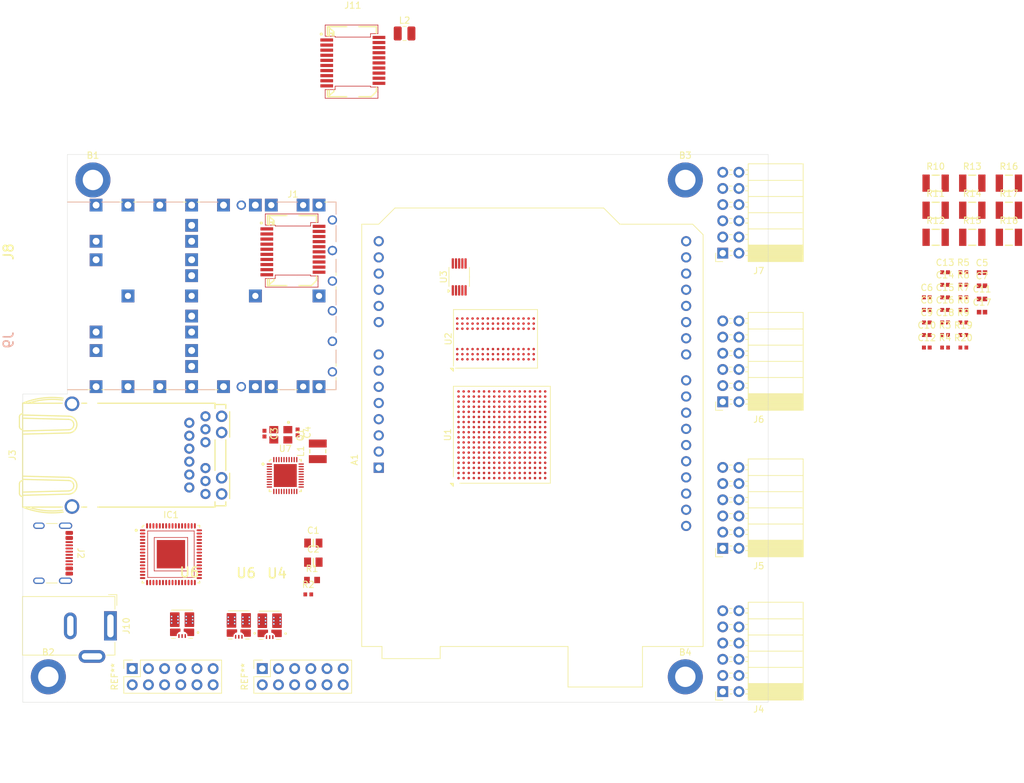
<source format=kicad_pcb>
(kicad_pcb (version 20241129) (generator "pcbnew") (generator_version "8.99")
  (layers (0 "F.Cu" signal) (4 "In1.Cu" signal) (6 "In2.Cu" signal) (8 "In3.Cu" signal) (10 "In4.Cu" signal) (12 "In5.Cu" signal) (14 "In6.Cu" signal) (2 "B.Cu" signal) (13 "F.Paste" user) (15 "B.Paste" user) (5 "F.SilkS" user "F.Silkscreen") (7 "B.SilkS" user "B.Silkscreen") (1 "F.Mask" user) (3 "B.Mask" user) (25 "Edge.Cuts" user))
  (net 0 "")
  (net 326 "Net-(U2-VDD-PadB2)")
  (net 327 "Net-(U2-VDDQ-PadA1)")
  (net 331 "Net-(U2-VSS-PadA9)")
  (net 333 "Net-(U2-VSSQ-PadB1)")
  (net 428 "Net-(U7-XTAL_OUT{slash}EXT_CLK)")
  (net 429 "Net-(U7-XTAL_IN)")
  (net 430 "+3V3")
  (net 431 "REG_1V0")
  (net 432 "Net-(J3-TRCT1)")
  (net 433 "Net-(J3-LED2A)")
  (net 434 "/Ethernet/MDI2_P")
  (net 435 "/Ethernet/MDI1_P")
  (net 436 "/Ethernet/MDI3_P")
  (net 437 "/Ethernet/MDI3_N")
  (net 438 "/Ethernet/MDI1_N")
  (net 439 "/Ethernet/MDI0_P")
  (net 440 "/Ethernet/MDI2_N")
  (net 441 "/Ethernet/MDI0_N")
  (net 442 "Net-(J3-LED1A)")
  (net 491 "+1V0")
  (net 492 "GND")
  (net 493 "+12V")
  (net 563 "Net-(J2-VBUS-PadA4)")
  (net 565 "Net-(J2-GND-PadA1)")
  (net 627 "Net-(U4-FB)")
  (net 634 "Net-(U7-REG_OUT)")
  (net 635 "Net-(U7-RSET)")
  (net 636 "/Ethernet/RX0_T")
  (net 638 "/Ethernet/RX1_T")
  (net 641 "/Ethernet/RX2_T")
  (net 642 "/Ethernet/RX3_T")
  (net 646 "/Ethernet/RXC_T")
  (net 648 "/Ethernet/RXCTL_T")
  (net 649 "/Ethernet/LED0")
  (net 650 "/Ethernet/LED2")
  (net 651 "/Ethernet/LED1")
  (net 662 "/Ethernet/MDC_PHY")
  (net 663 "/Ethernet/RST_PHY")
  (net 664 "/Ethernet/INT_PHY")
  (net 665 "/Ethernet/MDIO_PHY")
  (footprint "Capacitors SMD:CAPC1005X55N" (layer "F.Cu") (at 247.78 72.49)
    (property "Reference" "C13")
    (property "Value" "CC0402_100NF_50V_10%_X7R" (hide yes))
  )
  (footprint "Package_SO:MSOP-10_3x3mm_P0.5mm" (layer "F.Cu") (at 171.5 73.22 90)
    (property "Reference" "U3")
    (property "Value" "Si5351A-B-GT")
  )
  (footprint "Resistors SMD:RESC3225X70N" (layer "F.Cu") (at 257.8 67)
    (property "Reference" "R18")
    (property "Value" "R1210_4K7_1%_0.5W_100PPM" (hide yes))
  )
  (footprint "Resistors SMD:RESC1005X40N" (layer "F.Cu") (at 250.65 82.34)
    (property "Reference" "R19")
    (property "Value" "R0402_330R_1%_0.0625W_100PPM" (hide yes))
  )
  (footprint "Resistors SMD:RESC3225X70N" (layer "F.Cu") (at 246.3 62.75)
    (property "Reference" "R11")
    (property "Value" "R1210_4K7_1%_0.5W_100PPM" (hide yes))
  )
  (footprint "Connector_PinSocket_2.54mm:PinSocket_2x06_P2.54mm_Horizontal" (layer "F.Cu") (at 212.875 92.825 180)
    (property "Reference" "J6")
    (property "Value" "Conn_02x06_Counter_Clockwise")
  )
  (footprint "Resistors SMD:RESC3225X70N" (layer "F.Cu") (at 246.3 58.5)
    (property "Reference" "R10")
    (property "Value" "R1210_4K7_1%_0.5W_100PPM" (hide yes))
  )
  (footprint "Capacitors SMD:CAPC1005X70N" (layer "F.Cu") (at 253.58 72.54)
    (property "Reference" "C5")
    (property "Value" "CC0402_10UF_6.3V_20%_X5R" (hide yes))
  )
  (footprint "Capacitors SMD:CAPC1005X55N" (layer "F.Cu") (at 140.93 97.825 -90)
    (property "Reference" "C3")
    (property "Value" "CC0402_27PF_50V_5%_C0G" (hide yes))
  )
  (footprint "Capacitors SMD:CAPC1005X55N" (layer "F.Cu") (at 244.91 82.34)
    (property "Reference" "C10")
    (property "Value" "CC0402_100NF_50V_10%_X7R" (hide yes))
  )
  (footprint "Capacitors SMD:CAPC2012X95N" (layer "F.Cu") (at 148.6 118)
    (property "Reference" "C2")
    (property "Value" "CC0805_10UF_25V_10%_X5R" (hide yes))
  )
  (footprint "Resistors SMD:RESC3225X70N" (layer "F.Cu") (at 252.05 58.5)
    (property "Reference" "R13")
    (property "Value" "R1210_4K7_1%_0.5W_100PPM" (hide yes))
  )
  (footprint "Capacitors SMD:CAPC1005X55N" (layer "F.Cu") (at 247.78 74.46)
    (property "Reference" "C14")
    (property "Value" "CC0402_100NF_50V_10%_X7R" (hide yes))
  )
  (footprint "Resistors SMD:RESC1005X40N" (layer "F.Cu") (at 250.65 84.31)
    (property "Reference" "R20")
    (property "Value" "R0402_330R_1%_0.0625W_100PPM" (hide yes))
  )
  (footprint "Resistors SMD:RESC1005X40N" (layer "F.Cu") (at 250.65 78.4)
    (property "Reference" "R8")
    (property "Value" "R0402_22R_1%_0.0625W_100PPM" (hide yes))
  )
  (footprint "Resistors SMD:RESC1005X40N" (layer "F.Cu") (at 247.78 84.31)
    (property "Reference" "R4")
    (property "Value" "R0402_22R_1%_0.0625W_100PPM" (hide yes))
  )
  (footprint "Connector_USB:USB_C_Receptacle_GCT_USB4105-xx-A_16P_TopMnt_Horizontal" (layer "F.Cu") (at 106.6 116.6 -90)
    (property "Reference" "J2")
    (property "Value" "USB_C_Receptacle_USB2.0_16P")
  )
  (footprint "Resistors SMD:RESC1608X55N" (layer "F.Cu") (at 148.4 120.8)
    (property "Reference" "R1")
    (property "Value" "R0603_6K65_0.1%_0.063W_10PPM" (hide yes))
  )
  (footprint "Pads:MTG320_550" (layer "F.Cu") (at 207 58)
    (property "Reference" "B3")
    (property "Value" "PLATED_HOLE3.2_PAD5.5" (hide yes))
  )
  (footprint "Connector_PinSocket_2.54mm:PinSocket_2x06_P2.54mm_Horizontal" (layer "F.Cu") (at 212.875 138.325 180)
    (property "Reference" "J4")
    (property "Value" "Conn_02x06_Counter_Clockwise")
  )
  (footprint "Capacitors SMD:CAPC1005X70N" (layer "F.Cu") (at 253.58 74.61)
    (property "Reference" "C7")
    (property "Value" "CC0402_10UF_6.3V_20%_X5R" (hide yes))
  )
  (footprint "Resistors SMD:RESC3225X70N" (layer "F.Cu") (at 252.05 67)
    (property "Reference" "R15")
    (property "Value" "R1210_4K7_1%_0.5W_100PPM" (hide yes))
  )
  (footprint "ICs And Semiconductors SMD:QFN50P900X900X100-65N-S445" (layer "F.Cu") (at 126.25 116.75)
    (property "Reference" "IC1")
    (property "Value" "FT2232HQ" (hide yes))
  )
  (footprint "Resistors SMD:RESC3225X70N" (layer "F.Cu") (at 257.8 62.75)
    (property "Reference" "R17")
    (property "Value" "R1210_4K7_1%_0.5W_100PPM" (hide yes))
  )
  (footprint "Capacitors SMD:CAPC1005X55N" (layer "F.Cu") (at 244.91 80.37)
    (property "Reference" "C9")
    (property "Value" "CC0402_100NF_50V_10%_X7R" (hide yes))
  )
  (footprint "C__Users_48695_Downloads_TPSM863257RDXR.IntLib:VREG_TPSM863257RDXR" (layer "F.Cu") (at 141.75 127.865 180)
    (property "Reference" "U4")
    (property "Value" "TPSM863257RDXR" (hide yes))
  )
  (footprint "Connector_PinSocket_2.54mm:PinSocket_2x06_P2.54mm_Horizontal" (layer "F.Cu") (at 212.875 115.825 180)
    (property "Reference" "J5")
    (property "Value" "Conn_02x06_Counter_Clockwise")
  )
  (footprint "Inductor_SMD:L_1008_2520Metric" (layer "F.Cu") (at 162.925 35)
    (property "Reference" "L2")
    (property "Value" "4.7 uH")
  )
  (footprint "Pads:MTG320_550" (layer "F.Cu") (at 114 58)
    (property "Reference" "B1")
    (property "Value" "PLATED_HOLE3.2_PAD5.5" (hide yes))
  )
  (footprint "Resistors SMD:RESC3225X70N" (layer "F.Cu") (at 246.3 67)
    (property "Reference" "R12")
    (property "Value" "R1210_4K7_1%_0.5W_100PPM" (hide yes))
  )
  (footprint "Connector_PinSocket_2.54mm:PinSocket_2x06_P2.54mm_Vertical" (layer "F.Cu") (at 120.175 134.71 90)
    (property "Reference" "REF**")
    (property "Value" "PinSocket_2x06_P2.54mm_Vertical")
  )
  (footprint "Capacitors SMD:CAPC1005X70N" (layer "F.Cu") (at 253.58 78.75)
    (property "Reference" "C17")
    (property "Value" "CC0402_10UF_6.3V_20%_X5R" (hide yes))
  )
  (footprint "Resistors SMD:RESC1005X40N" (layer "F.Cu") (at 250.65 74.46)
    (property "Reference" "R6")
    (property "Value" "R0402_22R_1%_0.0625W_100PPM" (hide yes))
  )
  (footprint "Resistors SMD:RESC3225X70N" (layer "F.Cu") (at 257.8 58.5)
    (property "Reference" "R16")
    (property "Value" "R1210_4K7_1%_0.5W_100PPM" (hide yes))
  )
  (footprint "C__Users_48695_Downloads_2180739-1_TE_2180739-1.PcbLib:TE_2180739-1" (layer "F.Cu") (at 145.4 76.2 -90)
    (property "Reference" "J8")
    (property "Value" "2180739-1" (hide yes))
  )
  (footprint "Connector_PinSocket_2.54mm:PinSocket_2x06_P2.54mm_Vertical" (layer "F.Cu") (at 140.59 134.71 90)
    (property "Reference" "REF**")
    (property "Value" "PinSocket_2x06_P2.54mm_Vertical")
  )
  (footprint "Capacitors SMD:CAPC2012X135N" (layer "F.Cu") (at 148.6 115)
    (property "Reference" "C1")
    (property "Value" "CC0805_22UF_16V_10%_X5R" (hide yes))
  )
  (footprint "TYCO SMD:TYCO_1367073-1" (layer "F.Cu") (at 145.4 69.075)
    (property "Reference" "J1")
    (property "Value" "TYCO_1367073-1" (hide yes))
  )
  (footprint "Resistors SMD:RESC3225X70N" (layer "F.Cu") (at 252.05 62.75)
    (property "Reference" "R14")
    (property "Value" "R1210_4K7_1%_0.5W_100PPM" (hide yes))
  )
  (footprint "Capacitors SMD:CAPC1005X55N" (layer "F.Cu") (at 247.78 76.43)
    (property "Reference" "C15")
    (property "Value" "CC0402_100NF_50V_10%_X7R" (hide yes))
  )
  (footprint "Capacitors SMD:CAPC1005X55N" (layer "F.Cu") (at 244.91 84.31)
    (property "Reference" "C12")
    (property "Value" "CC0402_100NF_50V_10%_X7R" (hide yes))
  )
  (footprint "Package_BGA:BGA-96_9.0x13.0mm_Layout2x3x16_P0.8mm" (layer "F.Cu") (at 177.2 82.95 90)
    (property "Reference" "U2")
    (property "Value" "AS4C256M16D3")
  )
  (footprint "Capacitors SMD:CAPC1005X55N" (layer "F.Cu") (at 244.91 78.4)
    (property "Reference" "C8")
    (property "Value" "CC0402_100NF_50V_10%_X7R" (hide yes))
  )
  (footprint "TYCO SMD:TYCO_1367073-1" (layer "F.Cu") (at 154.805 39.42)
    (property "Reference" "J11")
    (property "Value" "TYCO_1367073-1" (hide yes))
  )
  (footprint "Resistors SMD:RESC1005X40N" (layer "F.Cu") (at 250.65 76.43)
    (property "Reference" "R7")
    (property "Value" "R0402_22R_1%_0.0625W_100PPM" (hide yes))
  )
  (footprint "Resistors SMD:RESC1005X40N" (layer "F.Cu") (at 250.65 80.37)
    (property "Reference" "R9")
    (property "Value" "R0402_22R_1%_0.0625W_100PPM" (hide yes))
  )
  (footprint "Pads:MTG320_550" (layer "F.Cu") (at 207 136)
    (property "Reference" "B4")
    (property "Value" "PLATED_HOLE3.2_PAD5.5" (hide yes))
  )
  (footprint "C__Users_48695_Downloads_TPSM863257RDXR.IntLib:VREG_TPSM863257RDXR" (layer "F.Cu") (at 136.9 127.815 180)
    (property "Reference" "U6")
    (property "Value" "TPSM863257RDXR" (hide yes))
  )
  (footprint "Miscellaneous THD:BEL_0826-1G1T-43-F" (layer "F.Cu") (at 130.4 101.2 90)
    (property "Reference" "J3")
    (property "Value" "BELFUSE_0826-1G1T-43-F" (hide yes))
  )
  (footprint "Capacitors SMD:CAPC1005X55N" (layer "F.Cu") (at 146.13 97.625 -90)
    (property "Reference" "C4")
    (property "Value" "CC0402_27PF_50V_5%_C0G" (hide yes))
  )
  (footprint "Package_BGA:Xilinx_CSG325" (layer "F.Cu") (at 178.2 98 90)
    (property "Reference" "U1")
    (property "Value" "XC7A35T-CSG325")
  )
  (footprint "Module:Arduino_UNO_R3" (layer "F.Cu") (at 158.87 103.175 90)
    (property "Reference" "A1")
    (property "Value" "Arduino_UNO_R3")
  )
  (footprint "Resistors SMD:RESC1005X40N" (layer "F.Cu") (at 250.65 72.49)
    (property "Reference" "R5")
    (property "Value" "R0402_22R_1%_0.0625W_100PPM" (hide yes))
  )
  (footprint "ICs And Semiconductors SMD:XTAL_EPSON_TSX-3225" (layer "F.Cu") (at 143.5 98 -90)
    (property "Reference" "Q1")
    (property "Value" "XTAL_25MHZ_EPSON_TSX-3225_25.0000MF10Z-AC" (hide yes))
  )
  (footprint "Resistors SMD:RESC1005X40N" (layer "F.Cu") (at 147.81 123.06)
    (property "Reference" "R2")
    (property "Value" "R0402_10K_1%_0.0625W_100PPM" (hide yes))
  )
  (footprint "Capacitors SMD:CAPC1005X55N" (layer "F.Cu") (at 247.78 80.37)
    (property "Reference" "C18")
    (property "Value" "CC0402_100NF_50V_10%_X7R" (hide yes))
  )
  (footprint "Capacitors SMD:CAPC1005X55N" (layer "F.Cu") (at 247.78 78.4)
    (property "Reference" "C16")
    (property "Value" "CC0402_100NF_50V_10%_X7R" (hide yes))
  )
  (footprint "C__Users_48695_Downloads_TPSM863257RDXR.IntLib:VREG_TPSM863257RDXR" (layer "F.Cu") (at 128 127.7 180)
    (property "Reference" "U6")
    (property "Value" "TPSM863257RDXR" (hide yes))
  )
  (footprint "Inductors SMD:IND_BOURNS_SRP3212" (layer "F.Cu") (at 149.3 100.6 90)
    (property "Reference" "L1")
    (property "Value" "IND_2.2UH_20%_BOURNS_SRP3212" (hide yes))
  )
  (footprint "Pads:MTG320_550" (layer "F.Cu") (at 107 136)
    (property "Reference" "B2")
    (property "Value" "PLATED_HOLE3.2_PAD5.5" (hide yes))
  )
  (footprint "ICs And Semiconductors SMD:QFN40P500X500X80-41N-S360" (layer "F.Cu") (at 144.2 104.4)
    (property "Reference" "U7")
    (property "Value" "RTL8211F-CG" (hide yes))
  )
  (footprint "Resistors SMD:RESC1005X40N" (layer "F.Cu") (at 247.78 82.34)
    (property "Reference" "R3")
    (property "Value" "R0402_2K49_1%_0.063W_100PPM" (hide yes))
  )
  (footprint "Connector_PinSocket_2.54mm:PinSocket_2x06_P2.54mm_Horizontal" (layer "F.Cu") (at 212.875 69.49 180)
    (property "Reference" "J7")
    (property "Value" "Conn_02x06_Counter_Clockwise")
  )
  (footprint "Connector_BarrelJack:BarrelJack_GCT_DCJ200-10-A_Horizontal" (layer "F.Cu") (at 116.75 128 -90)
    (property "Reference" "J10")
    (property "Value" "Barrel_Jack_Switch")
  )
  (footprint "Capacitors SMD:CAPC1005X55N" (layer "F.Cu") (at 244.91 76.43)
    (property "Reference" "C6")
    (property "Value" "CC0402_100NF_50V_10%_X7R" (hide yes))
  )
  (footprint "Capacitors SMD:CAPC1005X70N" (layer "F.Cu") (at 253.58 76.68)
    (property "Reference" "C11")
    (property "Value" "CC0402_10UF_6.3V_20%_X5R" (hide yes))
  )
  (footprint "C__Users_48695_Downloads_2180739-1_TE_2180739-1.PcbLib:TE_2180739-1" (layer "B.Cu") (at 145.4 76.2 90)
    (property "Reference" "J9")
    (property "Value" "2180739-1" (hide yes))
  )
  (gr_line (start 220 54) (end 110 54) (stroke (width 0.05)) (layer "Edge.Cuts"))
  (gr_line (start 103 119.6) (end 103 140) (stroke (width 0.05)) (layer "Edge.Cuts"))
  (gr_line (start 110 54) (end 110 91.6) (stroke (width 0.05)) (layer "Edge.Cuts"))
  (gr_line (start 103 91.6) (end 103 119.6) (stroke (width 0.05)) (layer "Edge.Cuts"))
  (gr_line (start 110 91.6) (end 103 91.6) (stroke (width 0.05)) (layer "Edge.Cuts"))
  (gr_line (start 110 140) (end 220 140) (stroke (width 0.05)) (layer "Edge.Cuts"))
  (gr_line (start 103 140) (end 110 140) (stroke (width 0.05)) (layer "Edge.Cuts"))
  (gr_line (start 220 140) (end 220 54) (stroke (width 0.05)) (layer "Edge.Cuts"))
)
</source>
